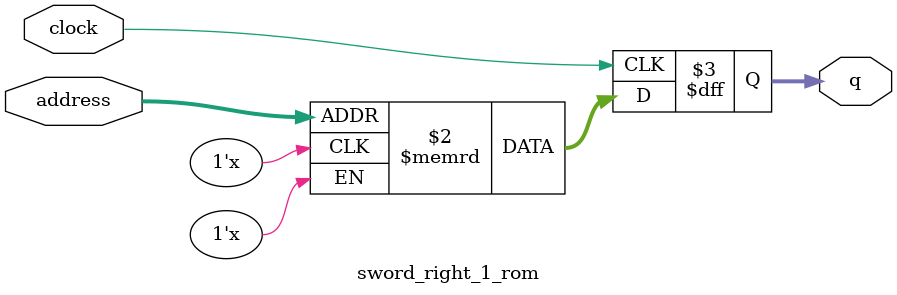
<source format=sv>
module sword_right_1_rom (
	input logic clock,
	input logic [9:0] address,
	output logic [2:0] q
);

logic [2:0] memory [0:1023] /* synthesis ram_init_file = "./sword_right_1/sword_right_1.mif" */;

always_ff @ (posedge clock) begin
	q <= memory[address];
end

endmodule

</source>
